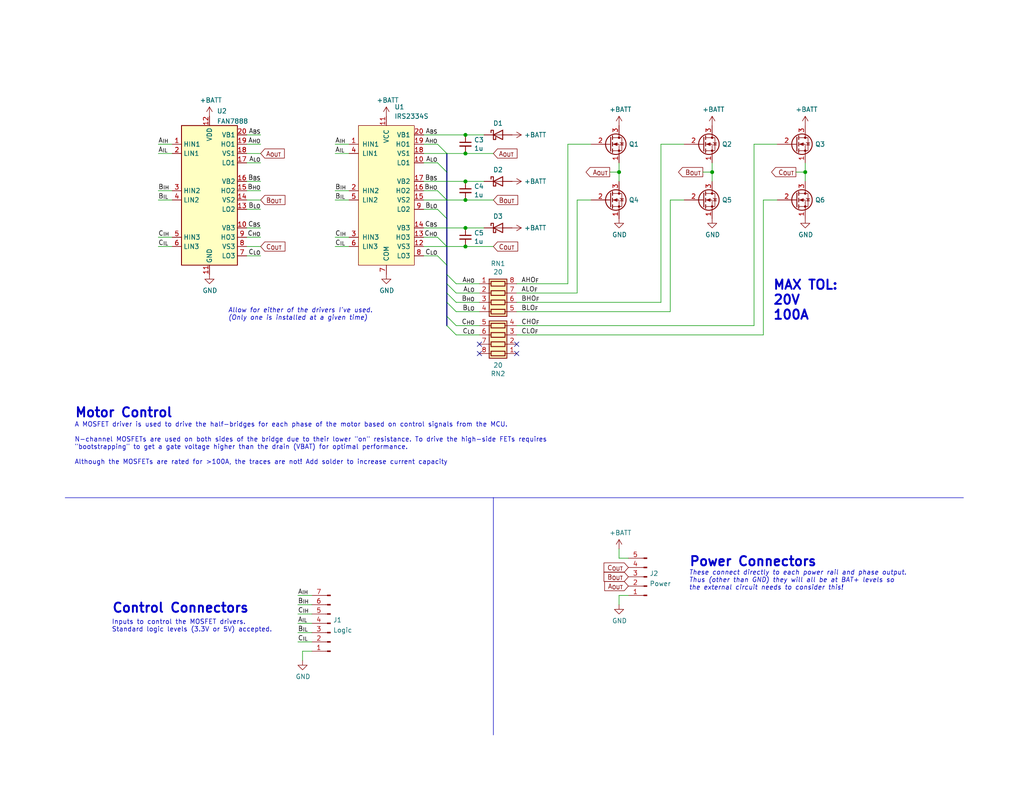
<source format=kicad_sch>
(kicad_sch (version 20230121) (generator eeschema)
  (paper "USLetter")
  (title_block (title "General BLDC Driver Board") (date "2022-02-14") (rev "1") (company "Savo Bajic") (comment 1 "Designed for 10 to 20V input, current up to 100A") (comment 2 "Based on my V4/V5 ESCs") (comment 3 "Designed to enable easier experimentation with other control systems") (comment 4 "Control system agnostic driver board for my ESC project"))
  (lib_symbols
    (symbol "Connector:Conn_01x05_Male" (pin_names (offset 1.016) hide)
      (property "Reference" "J" (at 0 7.62 0))
      (property "Value" "Conn_01x05_Male" (at 0 -7.62 0))
      (symbol "Conn_01x05_Male_1_1"
        (polyline (pts (xy 1.27 -5.08) (xy 0.8636 -5.08)) (stroke (width 0.1524)))
        (polyline (pts (xy 1.27 -2.54) (xy 0.8636 -2.54)) (stroke (width 0.1524)))
        (polyline (pts (xy 1.27 0) (xy 0.8636 0)) (stroke (width 0.1524)))
        (polyline (pts (xy 1.27 2.54) (xy 0.8636 2.54)) (stroke (width 0.1524)))
        (polyline (pts (xy 1.27 5.08) (xy 0.8636 5.08)) (stroke (width 0.1524)))
        (rectangle (start 0.8636 -4.953) (end 0 -5.207) (stroke (width 0.1524)) (fill (type outline)))
        (rectangle (start 0.8636 -2.413) (end 0 -2.667) (stroke (width 0.1524)) (fill (type outline)))
        (rectangle (start 0.8636 0.127) (end 0 -0.127) (stroke (width 0.1524)) (fill (type outline)))
        (rectangle (start 0.8636 2.667) (end 0 2.413) (stroke (width 0.1524)) (fill (type outline)))
        (rectangle (start 0.8636 5.207) (end 0 4.953) (stroke (width 0.1524)) (fill (type outline)))
        (pin passive line (at 5.08 5.08 180) (length 3.81) (name "Pin_1") (number "1"))
        (pin passive line (at 5.08 2.54 180) (length 3.81) (name "Pin_2") (number "2"))
        (pin passive line (at 5.08 0 180) (length 3.81) (name "Pin_3") (number "3"))
        (pin passive line (at 5.08 -2.54 180) (length 3.81) (name "Pin_4") (number "4"))
        (pin passive line (at 5.08 -5.08 180) (length 3.81) (name "Pin_5") (number "5"))
      )
    )
    (symbol "Connector:Conn_01x07_Male" (pin_names (offset 1.016) hide)
      (property "Reference" "J" (at 0 10.16 0))
      (property "Value" "Conn_01x07_Male" (at 0 -10.16 0))
      (symbol "Conn_01x07_Male_1_1"
        (polyline (pts (xy 1.27 -7.62) (xy 0.8636 -7.62)) (stroke (width 0.1524)))
        (polyline (pts (xy 1.27 -5.08) (xy 0.8636 -5.08)) (stroke (width 0.1524)))
        (polyline (pts (xy 1.27 -2.54) (xy 0.8636 -2.54)) (stroke (width 0.1524)))
        (polyline (pts (xy 1.27 0) (xy 0.8636 0)) (stroke (width 0.1524)))
        (polyline (pts (xy 1.27 2.54) (xy 0.8636 2.54)) (stroke (width 0.1524)))
        (polyline (pts (xy 1.27 5.08) (xy 0.8636 5.08)) (stroke (width 0.1524)))
        (polyline (pts (xy 1.27 7.62) (xy 0.8636 7.62)) (stroke (width 0.1524)))
        (rectangle (start 0.8636 -7.493) (end 0 -7.747) (stroke (width 0.1524)) (fill (type outline)))
        (rectangle (start 0.8636 -4.953) (end 0 -5.207) (stroke (width 0.1524)) (fill (type outline)))
        (rectangle (start 0.8636 -2.413) (end 0 -2.667) (stroke (width 0.1524)) (fill (type outline)))
        (rectangle (start 0.8636 0.127) (end 0 -0.127) (stroke (width 0.1524)) (fill (type outline)))
        (rectangle (start 0.8636 2.667) (end 0 2.413) (stroke (width 0.1524)) (fill (type outline)))
        (rectangle (start 0.8636 5.207) (end 0 4.953) (stroke (width 0.1524)) (fill (type outline)))
        (rectangle (start 0.8636 7.747) (end 0 7.493) (stroke (width 0.1524)) (fill (type outline)))
        (pin passive line (at 5.08 7.62 180) (length 3.81) (name "Pin_1") (number "1"))
        (pin passive line (at 5.08 5.08 180) (length 3.81) (name "Pin_2") (number "2"))
        (pin passive line (at 5.08 2.54 180) (length 3.81) (name "Pin_3") (number "3"))
        (pin passive line (at 5.08 0 180) (length 3.81) (name "Pin_4") (number "4"))
        (pin passive line (at 5.08 -2.54 180) (length 3.81) (name "Pin_5") (number "5"))
        (pin passive line (at 5.08 -5.08 180) (length 3.81) (name "Pin_6") (number "6"))
        (pin passive line (at 5.08 -7.62 180) (length 3.81) (name "Pin_7") (number "7"))
      )
    )
    (symbol "Device:C_Small" (pin_numbers hide) (pin_names (offset 0.254) hide)
      (property "Reference" "C" (at 0.254 1.778 0))
      (property "Value" "C_Small" (at 0.254 -2.032 0))
      (symbol "C_Small_0_1"
        (polyline (pts (xy -1.524 -0.508) (xy 1.524 -0.508)) (stroke (width 0.3302)))
        (polyline (pts (xy -1.524 0.508) (xy 1.524 0.508)) (stroke (width 0.3048)))
      )
      (symbol "C_Small_1_1"
        (pin passive line (at 0 2.54 270) (length 2.032) (name "~") (number "1"))
        (pin passive line (at 0 -2.54 90) (length 2.032) (name "~") (number "2"))
      )
    )
    (symbol "Device:D_Schottky" (pin_numbers hide) (pin_names (offset 1.016) hide)
      (property "Reference" "D" (at 0 2.54 0))
      (property "Value" "D_Schottky" (at 0 -2.54 0))
      (symbol "D_Schottky_0_1"
        (polyline (pts (xy 1.27 0) (xy -1.27 0)))
        (polyline (pts (xy 1.27 1.27) (xy 1.27 -1.27) (xy -1.27 0) (xy 1.27 1.27)) (stroke (width 0.254)))
        (polyline (pts (xy -1.905 0.635) (xy -1.905 1.27) (xy -1.27 1.27) (xy -1.27 -1.27) (xy -0.635 -1.27) (xy -0.635 -0.635)) (stroke (width 0.254)))
      )
      (symbol "D_Schottky_1_1"
        (pin passive line (at -3.81 0 0) (length 2.54) (name "K") (number "1"))
        (pin passive line (at 3.81 0 180) (length 2.54) (name "A") (number "2"))
      )
    )
    (symbol "Device:Q_NMOS_SGD" (pin_names (offset 0) hide)
      (property "Reference" "Q" (at 5.08 1.27 0))
      (property "Value" "Q_NMOS_SGD" (at 5.08 -1.27 0))
      (symbol "Q_NMOS_SGD_0_1"
        (polyline (pts (xy 0.254 0) (xy -2.54 0)))
        (polyline (pts (xy 0.254 1.905) (xy 0.254 -1.905)) (stroke (width 0.254)))
        (polyline (pts (xy 0.762 -1.27) (xy 0.762 -2.286)) (stroke (width 0.254)))
        (polyline (pts (xy 0.762 0.508) (xy 0.762 -0.508)) (stroke (width 0.254)))
        (polyline (pts (xy 0.762 2.286) (xy 0.762 1.27)) (stroke (width 0.254)))
        (polyline (pts (xy 2.54 2.54) (xy 2.54 1.778)))
        (polyline (pts (xy 2.54 -2.54) (xy 2.54 0) (xy 0.762 0)))
        (polyline (pts (xy 0.762 -1.778) (xy 3.302 -1.778) (xy 3.302 1.778) (xy 0.762 1.778)))
        (polyline (pts (xy 1.016 0) (xy 2.032 0.381) (xy 2.032 -0.381) (xy 1.016 0)) (fill (type outline)))
        (polyline (pts (xy 2.794 0.508) (xy 2.921 0.381) (xy 3.683 0.381) (xy 3.81 0.254)))
        (polyline (pts (xy 3.302 0.381) (xy 2.921 -0.254) (xy 3.683 -0.254) (xy 3.302 0.381)))
        (circle (center 1.651 0) (radius 2.794) (stroke (width 0.254)))
        (circle (center 2.54 -1.778) (radius 0.254) (fill (type outline)))
        (circle (center 2.54 1.778) (radius 0.254) (fill (type outline)))
      )
      (symbol "Q_NMOS_SGD_1_1"
        (pin passive line (at 2.54 -5.08 90) (length 2.54) (name "S") (number "1"))
        (pin input line (at -5.08 0 0) (length 5.08) (name "G") (number "2"))
        (pin passive line (at 2.54 5.08 270) (length 2.54) (name "D") (number "3"))
      )
    )
    (symbol "Device:R_Pack04" (pin_names (offset 0) hide)
      (property "Reference" "RN" (at -7.62 0 90))
      (property "Value" "R_Pack04" (at 5.08 0 90))
      (symbol "R_Pack04_0_1"
        (rectangle (start -6.35 -2.413) (end 3.81 2.413) (stroke (width 0.254)) (fill (type background)))
        (rectangle (start -5.715 1.905) (end -4.445 -1.905) (stroke (width 0.254)))
        (rectangle (start -3.175 1.905) (end -1.905 -1.905) (stroke (width 0.254)))
        (rectangle (start -0.635 1.905) (end 0.635 -1.905) (stroke (width 0.254)))
        (polyline (pts (xy -5.08 -2.54) (xy -5.08 -1.905)))
        (polyline (pts (xy -5.08 1.905) (xy -5.08 2.54)))
        (polyline (pts (xy -2.54 -2.54) (xy -2.54 -1.905)))
        (polyline (pts (xy -2.54 1.905) (xy -2.54 2.54)))
        (polyline (pts (xy 0 -2.54) (xy 0 -1.905)))
        (polyline (pts (xy 0 1.905) (xy 0 2.54)))
        (polyline (pts (xy 2.54 -2.54) (xy 2.54 -1.905)))
        (polyline (pts (xy 2.54 1.905) (xy 2.54 2.54)))
        (rectangle (start 1.905 1.905) (end 3.175 -1.905) (stroke (width 0.254)))
      )
      (symbol "R_Pack04_1_1"
        (pin passive line (at -5.08 -5.08 90) (length 2.54) (name "R1.1") (number "1"))
        (pin passive line (at -2.54 -5.08 90) (length 2.54) (name "R2.1") (number "2"))
        (pin passive line (at 0 -5.08 90) (length 2.54) (name "R3.1") (number "3"))
        (pin passive line (at 2.54 -5.08 90) (length 2.54) (name "R4.1") (number "4"))
        (pin passive line (at 2.54 5.08 270) (length 2.54) (name "R4.2") (number "5"))
        (pin passive line (at 0 5.08 270) (length 2.54) (name "R3.2") (number "6"))
        (pin passive line (at -2.54 5.08 270) (length 2.54) (name "R2.2") (number "7"))
        (pin passive line (at -5.08 5.08 270) (length 2.54) (name "R1.2") (number "8"))
      )
    )
    (symbol "Driver_FET:FAN7888"
      (property "Reference" "U" (at -2.54 24.13 0))
      (property "Value" "FAN7888" (at -2.54 21.59 0))
      (symbol "FAN7888_0_1"
        (rectangle (start -7.62 20.32) (end 7.62 -17.78) (stroke (width 0.254)) (fill (type background)))
      )
      (symbol "FAN7888_1_1"
        (pin input line (at -10.16 15.24 0) (length 2.54) (name "HIN1") (number "1"))
        (pin passive line (at 10.16 -7.62 180) (length 2.54) (name "VB3") (number "10"))
        (pin power_in line (at 0 -20.32 90) (length 2.54) (name "GND") (number "11"))
        (pin power_in line (at 0 22.86 270) (length 2.54) (name "VDD") (number "12"))
        (pin output line (at 10.16 -2.54 180) (length 2.54) (name "LO2") (number "13"))
        (pin passive line (at 10.16 0 180) (length 2.54) (name "VS2") (number "14"))
        (pin output line (at 10.16 2.54 180) (length 2.54) (name "HO2") (number "15"))
        (pin passive line (at 10.16 5.08 180) (length 2.54) (name "VB2") (number "16"))
        (pin output line (at 10.16 10.16 180) (length 2.54) (name "LO1") (number "17"))
        (pin passive line (at 10.16 12.7 180) (length 2.54) (name "VS1") (number "18"))
        (pin output line (at 10.16 15.24 180) (length 2.54) (name "HO1") (number "19"))
        (pin input line (at -10.16 12.7 0) (length 2.54) (name "LIN1") (number "2"))
        (pin passive line (at 10.16 17.78 180) (length 2.54) (name "VB1") (number "20"))
        (pin input line (at -10.16 2.54 0) (length 2.54) (name "HIN2") (number "3"))
        (pin input line (at -10.16 0 0) (length 2.54) (name "LIN2") (number "4"))
        (pin input line (at -10.16 -10.16 0) (length 2.54) (name "HIN3") (number "5"))
        (pin input line (at -10.16 -12.7 0) (length 2.54) (name "LIN3") (number "6"))
        (pin output line (at 10.16 -15.24 180) (length 2.54) (name "LO3") (number "7"))
        (pin passive line (at 10.16 -12.7 180) (length 2.54) (name "VS3") (number "8"))
        (pin output line (at 10.16 -10.16 180) (length 2.54) (name "HO3") (number "9"))
      )
    )
    (symbol "esc_parts:IRS2334S" (pin_names (offset 1.016))
      (property "Reference" "U" (at -6.35 1.27 0))
      (property "Value" "IRS2334S" (at 0 -12.7 0))
      (symbol "IRS2334S_0_1"
        (rectangle (start -7.62 0) (end 7.62 -38.1) (fill (type background)))
      )
      (symbol "IRS2334S_1_1"
        (pin input line (at -10.16 -5.08 0) (length 2.54) (name "HIN1") (number "1"))
        (pin output line (at 10.16 -10.16 180) (length 2.54) (name "LO1") (number "10"))
        (pin power_in line (at 0 2.54 270) (length 2.54) (name "VCC") (number "11"))
        (pin power_in line (at 10.16 -33.02 180) (length 2.54) (name "VS3") (number "12"))
        (pin output line (at 10.16 -30.48 180) (length 2.54) (name "HO3") (number "13"))
        (pin power_in line (at 10.16 -27.94 180) (length 2.54) (name "VB3") (number "14"))
        (pin power_in line (at 10.16 -20.32 180) (length 2.54) (name "VS2") (number "15"))
        (pin output line (at 10.16 -17.78 180) (length 2.54) (name "HO2") (number "16"))
        (pin power_in line (at 10.16 -15.24 180) (length 2.54) (name "VB2") (number "17"))
        (pin power_in line (at 10.16 -7.62 180) (length 2.54) (name "VS1") (number "18"))
        (pin output line (at 10.16 -5.08 180) (length 2.54) (name "HO1") (number "19"))
        (pin input line (at -10.16 -17.78 0) (length 2.54) (name "HIN2") (number "2"))
        (pin power_in line (at 10.16 -2.54 180) (length 2.54) (name "VB1") (number "20"))
        (pin input line (at -10.16 -30.48 0) (length 2.54) (name "HIN3") (number "3"))
        (pin input line (at -10.16 -7.62 0) (length 2.54) (name "LIN1") (number "4"))
        (pin input line (at -10.16 -20.32 0) (length 2.54) (name "LIN2") (number "5"))
        (pin input line (at -10.16 -33.02 0) (length 2.54) (name "LIN3") (number "6"))
        (pin power_in line (at 0 -40.64 90) (length 2.54) (name "COM") (number "7"))
        (pin output line (at 10.16 -35.56 180) (length 2.54) (name "LO3") (number "8"))
        (pin output line (at 10.16 -22.86 180) (length 2.54) (name "LO2") (number "9"))
      )
    )
    (symbol "power:+BATT" (power) (pin_names (offset 0))
      (property "Value" "+BATT" (at 0 3.556 0))
      (symbol "+BATT_0_1"
        (polyline (pts (xy -0.762 1.27) (xy 0 2.54)))
        (polyline (pts (xy 0 0) (xy 0 2.54)))
        (polyline (pts (xy 0 2.54) (xy 0.762 1.27)))
      )
      (symbol "+BATT_1_1"
        (pin power_in line (at 0 0 90) (length 0) hide (name "+BATT") (number "1"))
      )
    )
    (symbol "power:GND" (power) (pin_names (offset 0))
      (property "Value" "GND" (at 0 -3.81 0))
      (symbol "GND_0_1"
        (polyline (pts (xy 0 0) (xy 0 -1.27) (xy 1.27 -1.27) (xy 0 -2.54) (xy -1.27 -1.27) (xy 0 -1.27)))
      )
      (symbol "GND_1_1"
        (pin power_in line (at 0 0 270) (length 0) hide (name "GND") (number "1"))
      )
    )
  )
  (junction (at 127 49.53))
  (junction (at 194.31 46.99))
  (junction (at 127 41.91))
  (junction (at 127 67.31))
  (junction (at 127 62.23))
  (junction (at 168.91 46.99))
  (junction (at 127 36.83))
  (junction (at 127 54.61))
  (junction (at 219.71 46.99))
  (no_connect (at 140.97 96.52))
  (no_connect (at 140.97 93.98))
  (no_connect (at 130.81 93.98))
  (no_connect (at 130.81 96.52))
  (bus_entry (at 121.92 77.47) (size 2.54 2.54))
  (bus_entry (at 119.38 57.15) (size 2.54 2.54))
  (bus_entry (at 119.38 44.45) (size 2.54 2.54))
  (bus_entry (at 121.92 80.01) (size 2.54 2.54))
  (bus_entry (at 121.92 82.55) (size 2.54 2.54))
  (bus_entry (at 119.38 39.37) (size 2.54 2.54))
  (bus_entry (at 121.92 86.36) (size 2.54 2.54))
  (bus_entry (at 119.38 52.07) (size 2.54 2.54))
  (bus_entry (at 121.92 74.93) (size 2.54 2.54))
  (bus_entry (at 121.92 88.9) (size 2.54 2.54))
  (bus_entry (at 119.38 64.77) (size 2.54 2.54))
  (bus_entry (at 119.38 69.85) (size 2.54 2.54))
  (polyline (pts (xy 17.78 135.89) (xy 134.62 135.89)))
  (wire (pts (xy 205.74 39.37) (xy 212.09 39.37)))
  (wire (pts (xy 182.88 85.09) (xy 182.88 54.61)))
  (bus (pts (xy 121.92 77.47) (xy 121.92 80.01)))
  (wire (pts (xy 71.12 39.37) (xy 67.31 39.37)))
  (wire (pts (xy 115.57 54.61) (xy 121.92 54.61)))
  (bus (pts (xy 121.92 59.69) (xy 121.92 67.31)))
  (bus (pts (xy 121.92 74.93) (xy 121.92 77.47)))
  (wire (pts (xy 219.71 44.45) (xy 219.71 46.99)))
  (wire (pts (xy 154.94 39.37) (xy 161.29 39.37)))
  (wire (pts (xy 180.34 39.37) (xy 180.34 82.55)))
  (wire (pts (xy 180.34 39.37) (xy 186.69 39.37)))
  (wire (pts (xy 121.92 67.31) (xy 127 67.31)))
  (wire (pts (xy 121.92 54.61) (xy 127 54.61)))
  (wire (pts (xy 124.46 80.01) (xy 130.81 80.01)))
  (wire (pts (xy 67.31 54.61) (xy 71.12 54.61)))
  (wire (pts (xy 81.28 165.1) (xy 85.09 165.1)))
  (wire (pts (xy 82.55 177.8) (xy 82.55 180.34)))
  (wire (pts (xy 140.97 91.44) (xy 208.28 91.44)))
  (wire (pts (xy 67.31 36.83) (xy 71.12 36.83)))
  (wire (pts (xy 91.44 67.31) (xy 95.25 67.31)))
  (wire (pts (xy 124.46 77.47) (xy 130.81 77.47)))
  (wire (pts (xy 171.45 152.4) (xy 168.91 152.4)))
  (wire (pts (xy 81.28 162.56) (xy 85.09 162.56)))
  (wire (pts (xy 157.48 80.01) (xy 140.97 80.01)))
  (wire (pts (xy 115.57 36.83) (xy 127 36.83)))
  (wire (pts (xy 67.31 67.31) (xy 71.12 67.31)))
  (wire (pts (xy 124.46 85.09) (xy 130.81 85.09)))
  (wire (pts (xy 194.31 46.99) (xy 194.31 49.53)))
  (wire (pts (xy 168.91 46.99) (xy 168.91 49.53)))
  (wire (pts (xy 127 67.31) (xy 134.62 67.31)))
  (bus (pts (xy 121.92 86.36) (xy 121.92 88.9)))
  (wire (pts (xy 43.18 39.37) (xy 46.99 39.37)))
  (wire (pts (xy 168.91 162.56) (xy 168.91 165.1)))
  (wire (pts (xy 43.18 52.07) (xy 46.99 52.07)))
  (wire (pts (xy 81.28 172.72) (xy 85.09 172.72)))
  (wire (pts (xy 121.92 41.91) (xy 127 41.91)))
  (wire (pts (xy 217.17 46.99) (xy 219.71 46.99)))
  (wire (pts (xy 81.28 167.64) (xy 85.09 167.64)))
  (wire (pts (xy 115.57 41.91) (xy 121.92 41.91)))
  (wire (pts (xy 91.44 39.37) (xy 95.25 39.37)))
  (wire (pts (xy 140.97 85.09) (xy 182.88 85.09)))
  (bus (pts (xy 121.92 67.31) (xy 121.92 72.39)))
  (wire (pts (xy 127 54.61) (xy 134.62 54.61)))
  (wire (pts (xy 91.44 41.91) (xy 95.25 41.91)))
  (wire (pts (xy 124.46 91.44) (xy 130.81 91.44)))
  (wire (pts (xy 115.57 67.31) (xy 121.92 67.31)))
  (wire (pts (xy 205.74 39.37) (xy 205.74 88.9)))
  (wire (pts (xy 43.18 41.91) (xy 46.99 41.91)))
  (wire (pts (xy 168.91 44.45) (xy 168.91 46.99)))
  (bus (pts (xy 121.92 54.61) (xy 121.92 59.69)))
  (wire (pts (xy 43.18 67.31) (xy 46.99 67.31)))
  (bus (pts (xy 121.92 80.01) (xy 121.92 82.55)))
  (wire (pts (xy 71.12 69.85) (xy 67.31 69.85)))
  (wire (pts (xy 182.88 54.61) (xy 186.69 54.61)))
  (wire (pts (xy 119.38 69.85) (xy 115.57 69.85)))
  (wire (pts (xy 124.46 82.55) (xy 130.81 82.55)))
  (bus (pts (xy 121.92 82.55) (xy 121.92 86.36)))
  (polyline (pts (xy 134.62 200.66) (xy 134.62 135.89)))
  (wire (pts (xy 208.28 91.44) (xy 208.28 54.61)))
  (polyline (pts (xy 134.62 135.89) (xy 262.89 135.89)))
  (wire (pts (xy 71.12 57.15) (xy 67.31 57.15)))
  (wire (pts (xy 166.37 46.99) (xy 168.91 46.99)))
  (wire (pts (xy 191.77 46.99) (xy 194.31 46.99)))
  (wire (pts (xy 180.34 82.55) (xy 140.97 82.55)))
  (wire (pts (xy 119.38 52.07) (xy 115.57 52.07)))
  (wire (pts (xy 115.57 62.23) (xy 127 62.23)))
  (wire (pts (xy 91.44 64.77) (xy 95.25 64.77)))
  (wire (pts (xy 115.57 49.53) (xy 127 49.53)))
  (wire (pts (xy 208.28 54.61) (xy 212.09 54.61)))
  (wire (pts (xy 127 41.91) (xy 134.62 41.91)))
  (wire (pts (xy 81.28 170.18) (xy 85.09 170.18)))
  (wire (pts (xy 157.48 54.61) (xy 157.48 80.01)))
  (wire (pts (xy 115.57 64.77) (xy 119.38 64.77)))
  (wire (pts (xy 91.44 54.61) (xy 95.25 54.61)))
  (wire (pts (xy 119.38 57.15) (xy 115.57 57.15)))
  (wire (pts (xy 127 49.53) (xy 132.08 49.53)))
  (wire (pts (xy 154.94 77.47) (xy 154.94 39.37)))
  (bus (pts (xy 121.92 41.91) (xy 121.92 46.99)))
  (wire (pts (xy 43.18 64.77) (xy 46.99 64.77)))
  (wire (pts (xy 132.08 36.83) (xy 127 36.83)))
  (wire (pts (xy 168.91 152.4) (xy 168.91 149.86)))
  (wire (pts (xy 71.12 52.07) (xy 67.31 52.07)))
  (bus (pts (xy 121.92 72.39) (xy 121.92 74.93)))
  (wire (pts (xy 132.08 62.23) (xy 127 62.23)))
  (bus (pts (xy 121.92 46.99) (xy 121.92 54.61)))
  (wire (pts (xy 85.09 177.8) (xy 82.55 177.8)))
  (wire (pts (xy 71.12 44.45) (xy 67.31 44.45)))
  (wire (pts (xy 157.48 54.61) (xy 161.29 54.61)))
  (wire (pts (xy 168.91 162.56) (xy 171.45 162.56)))
  (wire (pts (xy 67.31 62.23) (xy 71.12 62.23)))
  (wire (pts (xy 119.38 44.45) (xy 115.57 44.45)))
  (wire (pts (xy 67.31 64.77) (xy 71.12 64.77)))
  (wire (pts (xy 219.71 46.99) (xy 219.71 49.53)))
  (wire (pts (xy 119.38 39.37) (xy 115.57 39.37)))
  (wire (pts (xy 43.18 54.61) (xy 46.99 54.61)))
  (wire (pts (xy 124.46 88.9) (xy 130.81 88.9)))
  (wire (pts (xy 194.31 44.45) (xy 194.31 46.99)))
  (wire (pts (xy 140.97 77.47) (xy 154.94 77.47)))
  (wire (pts (xy 205.74 88.9) (xy 140.97 88.9)))
  (wire (pts (xy 91.44 52.07) (xy 95.25 52.07)))
  (wire (pts (xy 81.28 175.26) (xy 85.09 175.26)))
  (wire (pts (xy 67.31 49.53) (xy 71.12 49.53)))
  (wire (pts (xy 67.31 41.91) (xy 71.12 41.91)))
  (text "A MOSFET driver is used to drive the half-bridges for each phase of the motor based on control signals from the MCU.\n\nN-channel MOSFETs are used on both sides of the bridge due to their lower \"on\" resistance. To drive the high-side FETs requires\n\"bootstrapping\" to get a gate voltage higher than the drain (VBAT) for optimal performance.\n\nAlthough the MOSFETs are rated for >100A, the traces are not! Add solder to increase current capacity" (at 20.32 127 0) (effects (font (size 1.27 1.27)) (justify left bottom)))
  (text "These connect directly to each power rail and phase output.\nThus (other than GND) they will all be at BAT+ levels so\nthe external circuit needs to consider this!" (at 187.96 161.29 0) (effects (font (size 1.27 1.27) italic) (justify left bottom)))
  (text "Motor Control" (at 20.32 114.3 0) (effects (font (size 2.54 2.54) (thickness 0.508) bold) (justify left bottom)))
  (text "Allow for either of the drivers I've used.\n(Only one is installed at a given time)" (at 62.23 87.63 0) (effects (font (size 1.27 1.27) italic) (justify left bottom)))
  (text "Power Connectors" (at 187.96 154.94 0) (effects (font (size 2.54 2.54) (thickness 0.508) bold) (justify left bottom)))
  (text "MAX TOL:\n20V\n100A" (at 210.82 87.63 0) (effects (font (size 2.54 2.54) (thickness 0.508) bold) (justify left bottom)))
  (text "Inputs to control the MOSFET drivers.\nStandard logic levels (3.3V or 5V) accepted." (at 30.48 172.72 0) (effects (font (size 1.27 1.27)) (justify left bottom)))
  (text "Control Connectors" (at 30.48 167.64 0) (effects (font (size 2.54 2.54) (thickness 0.508) bold) (justify left bottom)))
  (label "BLO_{F}" (at 142.24 85.09 0))
  (label "C_{IH}" (at 91.44 64.77 0))
  (label "B_{LO}" (at 119.38 57.15 180))
  (label "C_{HO}" (at 119.38 64.77 180))
  (label "A_{IL}" (at 43.18 41.91 0))
  (label "BHO_{F}" (at 142.24 82.55 0))
  (label "B_{HO}" (at 119.38 52.07 180))
  (label "B_{BS}" (at 71.12 49.53 180))
  (label "A_{LO}" (at 71.12 44.45 180))
  (label "B_{IH}" (at 81.28 165.1 0))
  (label "CLO_{F}" (at 142.24 91.44 0))
  (label "C_{LO}" (at 71.12 69.85 180))
  (label "B_{LO}" (at 129.54 85.09 180))
  (label "A_{LO}" (at 119.38 44.45 180))
  (label "B_{BS}" (at 119.38 49.53 180))
  (label "C_{BS}" (at 71.12 62.23 180))
  (label "C_{IL}" (at 81.28 175.26 0))
  (label "C_{IH}" (at 43.18 64.77 0))
  (label "ALO_{F}" (at 142.24 80.01 0))
  (label "A_{IH}" (at 81.28 162.56 0))
  (label "C_{LO}" (at 119.38 69.85 180))
  (label "A_{HO}" (at 71.12 39.37 180))
  (label "B_{IH}" (at 91.44 52.07 0))
  (label "C_{IL}" (at 43.18 67.31 0))
  (label "A_{IH}" (at 43.18 39.37 0))
  (label "AHO_{F}" (at 142.24 77.47 0))
  (label "A_{IL}" (at 91.44 41.91 0))
  (label "B_{IH}" (at 43.18 52.07 0))
  (label "B_{IL}" (at 91.44 54.61 0))
  (label "B_{IL}" (at 81.28 172.72 0))
  (label "C_{HO}" (at 129.54 88.9 180))
  (label "C_{HO}" (at 71.12 64.77 180))
  (label "B_{HO}" (at 71.12 52.07 180))
  (label "C_{BS}" (at 119.38 62.23 180))
  (label "B_{LO}" (at 71.12 57.15 180))
  (label "C_{IH}" (at 81.28 167.64 0))
  (label "A_{HO}" (at 129.54 77.47 180))
  (label "B_{HO}" (at 129.54 82.55 180))
  (label "A_{IH}" (at 91.44 39.37 0))
  (label "CHO_{F}" (at 142.24 88.9 0))
  (label "B_{IL}" (at 43.18 54.61 0))
  (label "C_{IL}" (at 91.44 67.31 0))
  (label "C_{LO}" (at 129.54 91.44 180))
  (label "A_{BS}" (at 71.12 36.83 180))
  (label "A_{IL}" (at 81.28 170.18 0))
  (label "A_{BS}" (at 119.38 36.83 180))
  (label "A_{HO}" (at 119.38 39.37 180))
  (label "A_{LO}" (at 129.54 80.01 180))
  (global_label "C_{OUT}" (shape output) (at 217.17 46.99 180) (property "Intersheetrefs" "${INTERSHEET_REFS}" (effects hide)))
  (global_label "A_{OUT}" (shape input) (at 71.12 41.91 0) (property "Intersheetrefs" "${INTERSHEET_REFS}" (effects hide)))
  (global_label "B_{OUT}" (shape input) (at 171.45 157.48 180) (property "Intersheetrefs" "${INTERSHEET_REFS}" (effects hide)))
  (global_label "A_{OUT}" (shape output) (at 166.37 46.99 180) (property "Intersheetrefs" "${INTERSHEET_REFS}" (effects hide)))
  (global_label "B_{OUT}" (shape output) (at 191.77 46.99 180) (property "Intersheetrefs" "${INTERSHEET_REFS}" (effects hide)))
  (global_label "C_{OUT}" (shape input) (at 71.12 67.31 0) (property "Intersheetrefs" "${INTERSHEET_REFS}" (effects hide)))
  (global_label "B_{OUT}" (shape input) (at 71.12 54.61 0) (property "Intersheetrefs" "${INTERSHEET_REFS}" (effects hide)))
  (global_label "B_{OUT}" (shape input) (at 134.62 54.61 0) (property "Intersheetrefs" "${INTERSHEET_REFS}" (effects hide)))
  (global_label "C_{OUT}" (shape input) (at 134.62 67.31 0) (property "Intersheetrefs" "${INTERSHEET_REFS}" (effects hide)))
  (global_label "C_{OUT}" (shape input) (at 171.45 154.94 180) (property "Intersheetrefs" "${INTERSHEET_REFS}" (effects hide)))
  (global_label "A_{OUT}" (shape input) (at 171.45 160.02 180) (property "Intersheetrefs" "${INTERSHEET_REFS}" (effects hide)))
  (global_label "A_{OUT}" (shape input) (at 134.62 41.91 0) (property "Intersheetrefs" "${INTERSHEET_REFS}" (effects hide)))
  (symbol (lib_id "Device:Q_NMOS_SGD") (at 166.37 39.37 0) (unit 1)
    (property "Reference" "Q1" (at 171.577 39.37 0) (effects (justify left)))
    (property "Value" "TPN2R903PL" (effects hide))
    (property "Footprint" "esc:TPN2R903PLL1Q" (effects hide))
  )
  (symbol (lib_id "Device:Q_NMOS_SGD") (at 166.37 54.61 0) (unit 1)
    (property "Reference" "Q4" (at 171.577 54.61 0) (effects (justify left)))
    (property "Value" "TPN2R903PL" (effects hide))
    (property "Footprint" "esc:TPN2R903PLL1Q" (effects hide))
  )
  (symbol (lib_id "power:GND") (at 168.91 59.69 0) (unit 1)
    (property "Reference" "#PWR011" (effects hide))
    (property "Value" "GND" (at 169.037 64.0842 0))
  )
  (symbol (lib_id "power:+BATT") (at 168.91 34.29 0) (unit 1)
    (property "Reference" "#PWR02" (effects hide))
    (property "Value" "+BATT" (at 169.291 29.8958 0))
  )
  (symbol (lib_id "power:+BATT") (at 105.41 31.75 0) (unit 1)
    (property "Reference" "#PWR01" (effects hide))
    (property "Value" "+BATT" (at 105.791 27.3558 0))
  )
  (symbol (lib_id "power:GND") (at 105.41 74.93 0) (unit 1)
    (property "Reference" "#PWR016" (effects hide))
    (property "Value" "GND" (at 105.537 79.3242 0))
  )
  (symbol (lib_id "Device:Q_NMOS_SGD") (at 191.77 39.37 0) (unit 1)
    (property "Reference" "Q2" (at 196.977 39.37 0) (effects (justify left)))
    (property "Value" "TPN2R903PL" (effects hide))
    (property "Footprint" "esc:TPN2R903PLL1Q" (effects hide))
  )
  (symbol (lib_id "Device:Q_NMOS_SGD") (at 191.77 54.61 0) (unit 1)
    (property "Reference" "Q5" (at 196.977 54.61 0) (effects (justify left)))
    (property "Value" "TPN2R903PL" (effects hide))
    (property "Footprint" "esc:TPN2R903PLL1Q" (effects hide))
  )
  (symbol (lib_id "power:GND") (at 194.31 59.69 0) (unit 1)
    (property "Reference" "#PWR012" (effects hide))
    (property "Value" "GND" (at 194.437 64.0842 0))
  )
  (symbol (lib_id "power:+BATT") (at 194.31 34.29 0) (unit 1)
    (property "Reference" "#PWR03" (effects hide))
    (property "Value" "+BATT" (at 194.691 29.8958 0))
  )
  (symbol (lib_id "Device:Q_NMOS_SGD") (at 217.17 39.37 0) (unit 1)
    (property "Reference" "Q3" (at 222.377 39.37 0) (effects (justify left)))
    (property "Value" "TPN2R903PL" (effects hide))
    (property "Footprint" "esc:TPN2R903PLL1Q" (effects hide))
  )
  (symbol (lib_id "Device:Q_NMOS_SGD") (at 217.17 54.61 0) (unit 1)
    (property "Reference" "Q6" (at 222.377 54.61 0) (effects (justify left)))
    (property "Value" "TPN2R903PL" (effects hide))
    (property "Footprint" "esc:TPN2R903PLL1Q" (effects hide))
  )
  (symbol (lib_id "power:GND") (at 219.71 59.69 0) (unit 1)
    (property "Reference" "#PWR013" (effects hide))
    (property "Value" "GND" (at 219.837 64.0842 0))
  )
  (symbol (lib_id "power:+BATT") (at 219.71 34.29 0) (unit 1)
    (property "Reference" "#PWR04" (effects hide))
    (property "Value" "+BATT" (at 220.091 29.8958 0))
  )
  (symbol (lib_id "Device:C_Small") (at 127 39.37 0) (unit 1)
    (property "Reference" "C3" (at 129.3368 38.2016 0) (effects (justify left)))
    (property "Value" "1u" (at 129.3368 40.513 0) (effects (justify left)))
    (property "Footprint" "Capacitor_SMD:C_0603_1608Metric" (effects hide))
  )
  (symbol (lib_id "Device:C_Small") (at 127 52.07 0) (unit 1)
    (property "Reference" "C4" (at 129.3368 50.9016 0) (effects (justify left)))
    (property "Value" "1u" (at 129.3368 53.213 0) (effects (justify left)))
    (property "Footprint" "Capacitor_SMD:C_0603_1608Metric" (effects hide))
  )
  (symbol (lib_id "Device:C_Small") (at 127 64.77 0) (unit 1)
    (property "Reference" "C5" (at 129.3368 63.6016 0) (effects (justify left)))
    (property "Value" "1u" (at 129.3368 65.913 0) (effects (justify left)))
    (property "Footprint" "Capacitor_SMD:C_0603_1608Metric" (effects hide))
  )
  (symbol (lib_id "Device:D_Schottky") (at 135.89 49.53 0) (unit 1)
    (property "Reference" "D2" (at 135.89 46.355 0))
    (property "Value" "DSS15UTR" (effects hide))
    (property "Footprint" "Diode_SMD:D_SOD-123F" (effects hide))
  )
  (symbol (lib_id "Device:D_Schottky") (at 135.89 62.23 0) (unit 1)
    (property "Reference" "D3" (at 135.89 59.055 0))
    (property "Value" "DSS15UTR" (effects hide))
    (property "Footprint" "Diode_SMD:D_SOD-123F" (effects hide))
  )
  (symbol (lib_id "Device:D_Schottky") (at 135.89 36.83 0) (unit 1)
    (property "Reference" "D1" (at 135.89 33.655 0))
    (property "Value" "DSS15UTR" (effects hide))
    (property "Footprint" "Diode_SMD:D_SOD-123F" (effects hide))
  )
  (symbol (lib_id "power:+BATT") (at 139.7 36.83 270) (unit 1)
    (property "Reference" "#PWR06" (effects hide))
    (property "Value" "+BATT" (at 146.05 36.83 90))
  )
  (symbol (lib_id "power:+BATT") (at 139.7 49.53 270) (unit 1)
    (property "Reference" "#PWR010" (effects hide))
    (property "Value" "+BATT" (at 146.05 49.53 90))
  )
  (symbol (lib_id "power:+BATT") (at 139.7 62.23 270) (unit 1)
    (property "Reference" "#PWR015" (effects hide))
    (property "Value" "+BATT" (at 146.05 62.23 90))
  )
  (symbol (lib_id "Device:R_Pack04") (at 135.89 82.55 270) (unit 1)
    (property "Reference" "RN1" (at 135.89 71.9582 90))
    (property "Value" "20" (at 135.89 74.2696 90))
    (property "Footprint" "Resistor_SMD:R_Array_Convex_4x0603" (effects hide))
  )
  (symbol (lib_id "Device:R_Pack04") (at 135.89 91.44 90) (unit 1)
    (property "Reference" "RN2" (at 135.89 102.0318 90))
    (property "Value" "20" (at 135.89 99.7204 90))
    (property "Footprint" "Resistor_SMD:R_Array_Convex_4x0603" (effects hide))
  )
  (symbol (lib_id "esc_parts:IRS2334S") (at 105.41 34.29 0) (unit 1)
    (property "Reference" "U1" (at 107.6041 29.21 0) (effects (justify left)))
    (property "Value" "IRS2334S" (at 107.6041 31.75 0) (effects (justify left)))
    (property "Footprint" "Package_SO:SOIC-20W_7.5x12.8mm_P1.27mm" (effects hide))
    (property "Datasheet" "https://www.infineon.com/dgdl/Infineon-IRS2334-DataSheet-v01_00-EN.pdf?fileId=5546d462533600a40153567aa9fe280b" (effects hide))
  )
  (symbol (lib_id "Connector:Conn_01x07_Male") (at 90.17 170.18 180) (unit 1)
    (property "Reference" "J1" (at 90.8812 169.2715 0) (effects (justify right)))
    (property "Value" "Logic" (at 90.8812 172.0466 0) (effects (justify right)))
    (property "Footprint" "Connector_PinHeader_2.54mm:PinHeader_1x07_P2.54mm_Vertical" (effects hide))
  )
  (symbol (lib_id "power:GND") (at 168.91 165.1 0) (unit 1)
    (property "Reference" "#PWR09" (effects hide))
    (property "Value" "GND" (at 169.037 169.4942 0))
  )
  (symbol (lib_id "power:+BATT") (at 168.91 149.86 0) (unit 1)
    (property "Reference" "#PWR08" (effects hide))
    (property "Value" "+BATT" (at 169.291 145.4658 0))
  )
  (symbol (lib_id "power:GND") (at 57.15 74.93 0) (unit 1)
    (property "Reference" "#PWR07" (effects hide))
    (property "Value" "GND" (at 57.277 79.3242 0))
  )
  (symbol (lib_id "Connector:Conn_01x05_Male") (at 176.53 157.48 180) (unit 1)
    (property "Reference" "J2" (at 177.2412 156.5715 0) (effects (justify right)))
    (property "Value" "Power" (at 177.2412 159.3466 0) (effects (justify right)))
    (property "Footprint" "Connector_PinHeader_2.54mm:PinHeader_1x05_P2.54mm_Vertical" (effects hide))
  )
  (symbol (lib_id "Driver_FET:FAN7888") (at 57.15 54.61 0) (unit 1)
    (property "Reference" "U2" (at 59.1694 30.3235 0) (effects (justify left)))
    (property "Value" "FAN7888" (at 59.1694 33.0986 0) (effects (justify left)))
    (property "Footprint" "Package_SO:SOIC-20W_7.5x12.8mm_P1.27mm" (effects hide))
    (property "Datasheet" "http://www.onsemi.com/pub/Collateral/FAN7888-D.pdf" (effects hide))
  )
  (symbol (lib_id "power:GND") (at 82.55 180.34 0) (unit 1)
    (property "Reference" "#PWR014" (effects hide))
    (property "Value" "GND" (at 82.677 184.7342 0))
  )
  (symbol (lib_id "power:+BATT") (at 57.15 31.75 0) (unit 1)
    (property "Reference" "#PWR05" (effects hide))
    (property "Value" "+BATT" (at 57.531 27.3558 0))
  )
)
</source>
